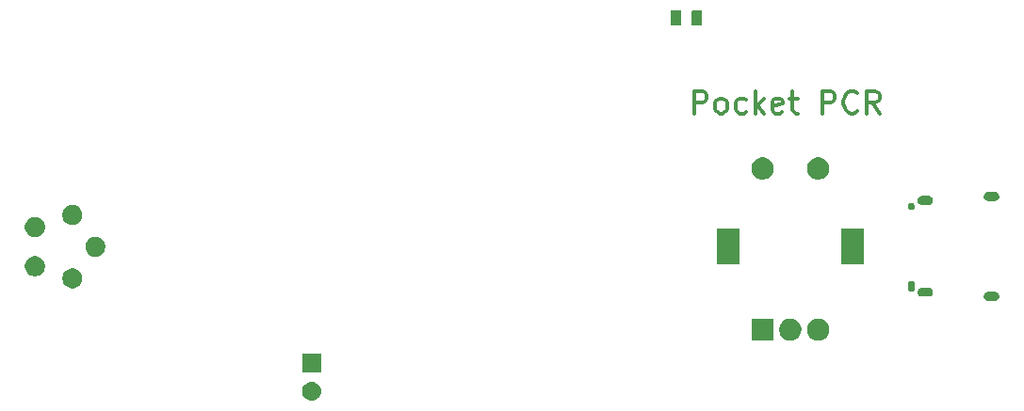
<source format=gbr>
G04 #@! TF.GenerationSoftware,KiCad,Pcbnew,5.0.2-bee76a0~70~ubuntu18.04.1*
G04 #@! TF.CreationDate,2019-06-21T11:09:07+02:00*
G04 #@! TF.ProjectId,RocketPCR,526f636b-6574-4504-9352-2e6b69636164,rev?*
G04 #@! TF.SameCoordinates,Original*
G04 #@! TF.FileFunction,Soldermask,Top*
G04 #@! TF.FilePolarity,Negative*
%FSLAX46Y46*%
G04 Gerber Fmt 4.6, Leading zero omitted, Abs format (unit mm)*
G04 Created by KiCad (PCBNEW 5.0.2-bee76a0~70~ubuntu18.04.1) date Fr 21 Jun 2019 11:09:07 CEST*
%MOMM*%
%LPD*%
G01*
G04 APERTURE LIST*
%ADD10C,0.350000*%
%ADD11C,0.100000*%
G04 APERTURE END LIST*
D10*
X156814285Y-88004761D02*
X156814285Y-86004761D01*
X157576190Y-86004761D01*
X157766666Y-86100000D01*
X157861904Y-86195238D01*
X157957142Y-86385714D01*
X157957142Y-86671428D01*
X157861904Y-86861904D01*
X157766666Y-86957142D01*
X157576190Y-87052380D01*
X156814285Y-87052380D01*
X159100000Y-88004761D02*
X158909523Y-87909523D01*
X158814285Y-87814285D01*
X158719047Y-87623809D01*
X158719047Y-87052380D01*
X158814285Y-86861904D01*
X158909523Y-86766666D01*
X159100000Y-86671428D01*
X159385714Y-86671428D01*
X159576190Y-86766666D01*
X159671428Y-86861904D01*
X159766666Y-87052380D01*
X159766666Y-87623809D01*
X159671428Y-87814285D01*
X159576190Y-87909523D01*
X159385714Y-88004761D01*
X159100000Y-88004761D01*
X161480952Y-87909523D02*
X161290476Y-88004761D01*
X160909523Y-88004761D01*
X160719047Y-87909523D01*
X160623809Y-87814285D01*
X160528571Y-87623809D01*
X160528571Y-87052380D01*
X160623809Y-86861904D01*
X160719047Y-86766666D01*
X160909523Y-86671428D01*
X161290476Y-86671428D01*
X161480952Y-86766666D01*
X162338095Y-88004761D02*
X162338095Y-86004761D01*
X162528571Y-87242857D02*
X163099999Y-88004761D01*
X163099999Y-86671428D02*
X162338095Y-87433333D01*
X164719047Y-87909523D02*
X164528571Y-88004761D01*
X164147619Y-88004761D01*
X163957142Y-87909523D01*
X163861904Y-87719047D01*
X163861904Y-86957142D01*
X163957142Y-86766666D01*
X164147619Y-86671428D01*
X164528571Y-86671428D01*
X164719047Y-86766666D01*
X164814285Y-86957142D01*
X164814285Y-87147619D01*
X163861904Y-87338095D01*
X165385714Y-86671428D02*
X166147619Y-86671428D01*
X165671428Y-86004761D02*
X165671428Y-87719047D01*
X165766666Y-87909523D01*
X165957142Y-88004761D01*
X166147619Y-88004761D01*
X168338095Y-88004761D02*
X168338095Y-86004761D01*
X169100000Y-86004761D01*
X169290476Y-86100000D01*
X169385714Y-86195238D01*
X169480952Y-86385714D01*
X169480952Y-86671428D01*
X169385714Y-86861904D01*
X169290476Y-86957142D01*
X169100000Y-87052380D01*
X168338095Y-87052380D01*
X171480952Y-87814285D02*
X171385714Y-87909523D01*
X171100000Y-88004761D01*
X170909523Y-88004761D01*
X170623809Y-87909523D01*
X170433333Y-87719047D01*
X170338095Y-87528571D01*
X170242857Y-87147619D01*
X170242857Y-86861904D01*
X170338095Y-86480952D01*
X170433333Y-86290476D01*
X170623809Y-86100000D01*
X170909523Y-86004761D01*
X171100000Y-86004761D01*
X171385714Y-86100000D01*
X171480952Y-86195238D01*
X173480952Y-88004761D02*
X172814285Y-87052380D01*
X172338095Y-88004761D02*
X172338095Y-86004761D01*
X173100000Y-86004761D01*
X173290476Y-86100000D01*
X173385714Y-86195238D01*
X173480952Y-86385714D01*
X173480952Y-86671428D01*
X173385714Y-86861904D01*
X173290476Y-86957142D01*
X173100000Y-87052380D01*
X172338095Y-87052380D01*
D11*
G36*
X122601830Y-112172899D02*
X122762055Y-112221503D01*
X122909720Y-112300431D01*
X123039149Y-112406651D01*
X123145369Y-112536080D01*
X123224297Y-112683745D01*
X123272901Y-112843970D01*
X123289312Y-113010600D01*
X123272901Y-113177230D01*
X123224297Y-113337455D01*
X123145369Y-113485120D01*
X123039149Y-113614549D01*
X122909720Y-113720769D01*
X122762055Y-113799697D01*
X122601830Y-113848301D01*
X122476952Y-113860600D01*
X122393448Y-113860600D01*
X122268570Y-113848301D01*
X122108345Y-113799697D01*
X121960680Y-113720769D01*
X121831251Y-113614549D01*
X121725031Y-113485120D01*
X121646103Y-113337455D01*
X121597499Y-113177230D01*
X121581088Y-113010600D01*
X121597499Y-112843970D01*
X121646103Y-112683745D01*
X121725031Y-112536080D01*
X121831251Y-112406651D01*
X121960680Y-112300431D01*
X122108345Y-112221503D01*
X122268570Y-112172899D01*
X122393448Y-112160600D01*
X122476952Y-112160600D01*
X122601830Y-112172899D01*
X122601830Y-112172899D01*
G37*
G36*
X123285200Y-111320600D02*
X121585200Y-111320600D01*
X121585200Y-109620600D01*
X123285200Y-109620600D01*
X123285200Y-111320600D01*
X123285200Y-111320600D01*
G37*
G36*
X163957000Y-108455000D02*
X161957000Y-108455000D01*
X161957000Y-106455000D01*
X163957000Y-106455000D01*
X163957000Y-108455000D01*
X163957000Y-108455000D01*
G37*
G36*
X168132770Y-106470372D02*
X168248689Y-106493429D01*
X168430678Y-106568811D01*
X168594463Y-106678249D01*
X168733751Y-106817537D01*
X168843189Y-106981322D01*
X168918571Y-107163311D01*
X168957000Y-107356509D01*
X168957000Y-107553491D01*
X168918571Y-107746689D01*
X168843189Y-107928678D01*
X168733751Y-108092463D01*
X168594463Y-108231751D01*
X168430678Y-108341189D01*
X168248689Y-108416571D01*
X168132770Y-108439628D01*
X168055493Y-108455000D01*
X167858507Y-108455000D01*
X167781230Y-108439628D01*
X167665311Y-108416571D01*
X167483322Y-108341189D01*
X167319537Y-108231751D01*
X167180249Y-108092463D01*
X167070811Y-107928678D01*
X166995429Y-107746689D01*
X166957000Y-107553491D01*
X166957000Y-107356509D01*
X166995429Y-107163311D01*
X167070811Y-106981322D01*
X167180249Y-106817537D01*
X167319537Y-106678249D01*
X167483322Y-106568811D01*
X167665311Y-106493429D01*
X167781230Y-106470372D01*
X167858507Y-106455000D01*
X168055493Y-106455000D01*
X168132770Y-106470372D01*
X168132770Y-106470372D01*
G37*
G36*
X165632770Y-106470372D02*
X165748689Y-106493429D01*
X165930678Y-106568811D01*
X166094463Y-106678249D01*
X166233751Y-106817537D01*
X166343189Y-106981322D01*
X166418571Y-107163311D01*
X166457000Y-107356509D01*
X166457000Y-107553491D01*
X166418571Y-107746689D01*
X166343189Y-107928678D01*
X166233751Y-108092463D01*
X166094463Y-108231751D01*
X165930678Y-108341189D01*
X165748689Y-108416571D01*
X165632770Y-108439628D01*
X165555493Y-108455000D01*
X165358507Y-108455000D01*
X165281230Y-108439628D01*
X165165311Y-108416571D01*
X164983322Y-108341189D01*
X164819537Y-108231751D01*
X164680249Y-108092463D01*
X164570811Y-107928678D01*
X164495429Y-107746689D01*
X164457000Y-107553491D01*
X164457000Y-107356509D01*
X164495429Y-107163311D01*
X164570811Y-106981322D01*
X164680249Y-106817537D01*
X164819537Y-106678249D01*
X164983322Y-106568811D01*
X165165311Y-106493429D01*
X165281230Y-106470372D01*
X165358507Y-106455000D01*
X165555493Y-106455000D01*
X165632770Y-106470372D01*
X165632770Y-106470372D01*
G37*
G36*
X183915414Y-104060788D02*
X183990814Y-104083660D01*
X184060303Y-104120803D01*
X184121211Y-104170789D01*
X184171197Y-104231697D01*
X184208340Y-104301186D01*
X184231212Y-104376586D01*
X184238935Y-104455000D01*
X184231212Y-104533414D01*
X184208340Y-104608814D01*
X184171197Y-104678303D01*
X184121211Y-104739211D01*
X184060303Y-104789197D01*
X183990814Y-104826340D01*
X183915414Y-104849212D01*
X183856647Y-104855000D01*
X183217353Y-104855000D01*
X183158586Y-104849212D01*
X183083186Y-104826340D01*
X183013697Y-104789197D01*
X182952789Y-104739211D01*
X182902803Y-104678303D01*
X182865660Y-104608814D01*
X182842788Y-104533414D01*
X182835065Y-104455000D01*
X182842788Y-104376586D01*
X182865660Y-104301186D01*
X182902803Y-104231697D01*
X182952789Y-104170789D01*
X183013697Y-104120803D01*
X183083186Y-104083660D01*
X183158586Y-104060788D01*
X183217353Y-104055000D01*
X183856647Y-104055000D01*
X183915414Y-104060788D01*
X183915414Y-104060788D01*
G37*
G36*
X177965414Y-103700788D02*
X178040814Y-103723660D01*
X178110303Y-103760803D01*
X178171211Y-103810789D01*
X178221197Y-103871697D01*
X178258340Y-103941186D01*
X178281212Y-104016586D01*
X178288935Y-104095000D01*
X178281212Y-104173414D01*
X178258340Y-104248814D01*
X178221197Y-104318303D01*
X178171211Y-104379211D01*
X178110303Y-104429197D01*
X178040814Y-104466340D01*
X177965414Y-104489212D01*
X177906647Y-104495000D01*
X177267353Y-104495000D01*
X177208586Y-104489212D01*
X177133186Y-104466340D01*
X177063697Y-104429197D01*
X177002789Y-104379211D01*
X176952803Y-104318303D01*
X176915660Y-104248814D01*
X176892788Y-104173414D01*
X176885065Y-104095000D01*
X176892788Y-104016586D01*
X176915660Y-103941186D01*
X176952803Y-103871697D01*
X177002789Y-103810789D01*
X177063697Y-103760803D01*
X177133186Y-103723660D01*
X177208586Y-103700788D01*
X177267353Y-103695000D01*
X177906647Y-103695000D01*
X177965414Y-103700788D01*
X177965414Y-103700788D01*
G37*
G36*
X176400712Y-103094702D02*
X176461972Y-103113285D01*
X176499614Y-103133406D01*
X176518434Y-103143465D01*
X176567921Y-103184079D01*
X176608535Y-103233566D01*
X176618594Y-103252386D01*
X176638715Y-103290028D01*
X176657298Y-103351288D01*
X176662000Y-103399035D01*
X176662000Y-103730965D01*
X176657298Y-103778712D01*
X176638715Y-103839972D01*
X176621758Y-103871695D01*
X176608536Y-103896433D01*
X176608534Y-103896435D01*
X176567924Y-103945918D01*
X176567922Y-103945919D01*
X176567921Y-103945921D01*
X176518433Y-103986535D01*
X176488253Y-104002666D01*
X176461971Y-104016715D01*
X176400711Y-104035298D01*
X176337000Y-104041572D01*
X176273288Y-104035298D01*
X176212028Y-104016715D01*
X176174386Y-103996594D01*
X176155566Y-103986535D01*
X176143194Y-103976382D01*
X176106082Y-103945924D01*
X176106081Y-103945922D01*
X176106079Y-103945921D01*
X176065465Y-103896433D01*
X176049334Y-103866253D01*
X176035285Y-103839971D01*
X176016702Y-103778711D01*
X176012000Y-103730964D01*
X176012000Y-103399035D01*
X176016702Y-103351288D01*
X176035286Y-103290027D01*
X176049334Y-103263746D01*
X176065466Y-103233566D01*
X176106080Y-103184079D01*
X176155567Y-103143465D01*
X176174387Y-103133406D01*
X176212029Y-103113285D01*
X176273289Y-103094702D01*
X176337000Y-103088428D01*
X176400712Y-103094702D01*
X176400712Y-103094702D01*
G37*
G36*
X101189572Y-101987756D02*
X101353360Y-102055599D01*
X101500771Y-102154096D01*
X101626125Y-102279450D01*
X101724622Y-102426861D01*
X101792465Y-102590649D01*
X101827051Y-102764526D01*
X101827051Y-102941814D01*
X101792465Y-103115691D01*
X101724622Y-103279479D01*
X101626125Y-103426890D01*
X101500771Y-103552244D01*
X101353360Y-103650741D01*
X101189572Y-103718584D01*
X101015695Y-103753170D01*
X100838407Y-103753170D01*
X100664530Y-103718584D01*
X100500742Y-103650741D01*
X100353331Y-103552244D01*
X100227977Y-103426890D01*
X100129480Y-103279479D01*
X100061637Y-103115691D01*
X100027051Y-102941814D01*
X100027051Y-102764526D01*
X100061637Y-102590649D01*
X100129480Y-102426861D01*
X100227977Y-102279450D01*
X100353331Y-102154096D01*
X100500742Y-102055599D01*
X100664530Y-101987756D01*
X100838407Y-101953170D01*
X101015695Y-101953170D01*
X101189572Y-101987756D01*
X101189572Y-101987756D01*
G37*
G36*
X97835470Y-100897942D02*
X97999258Y-100965785D01*
X98146669Y-101064282D01*
X98272023Y-101189636D01*
X98370520Y-101337047D01*
X98438363Y-101500835D01*
X98472949Y-101674712D01*
X98472949Y-101852000D01*
X98438363Y-102025877D01*
X98370520Y-102189665D01*
X98272023Y-102337076D01*
X98146669Y-102462430D01*
X97999258Y-102560927D01*
X97835470Y-102628770D01*
X97661593Y-102663356D01*
X97484305Y-102663356D01*
X97310428Y-102628770D01*
X97146640Y-102560927D01*
X96999229Y-102462430D01*
X96873875Y-102337076D01*
X96775378Y-102189665D01*
X96707535Y-102025877D01*
X96672949Y-101852000D01*
X96672949Y-101674712D01*
X96707535Y-101500835D01*
X96775378Y-101337047D01*
X96873875Y-101189636D01*
X96999229Y-101064282D01*
X97146640Y-100965785D01*
X97310428Y-100897942D01*
X97484305Y-100863356D01*
X97661593Y-100863356D01*
X97835470Y-100897942D01*
X97835470Y-100897942D01*
G37*
G36*
X172057000Y-101555000D02*
X170057000Y-101555000D01*
X170057000Y-98355000D01*
X172057000Y-98355000D01*
X172057000Y-101555000D01*
X172057000Y-101555000D01*
G37*
G36*
X160857000Y-101555000D02*
X158857000Y-101555000D01*
X158857000Y-98355000D01*
X160857000Y-98355000D01*
X160857000Y-101555000D01*
X160857000Y-101555000D01*
G37*
G36*
X103262521Y-99134586D02*
X103426309Y-99202429D01*
X103573720Y-99300926D01*
X103699074Y-99426280D01*
X103797571Y-99573691D01*
X103865414Y-99737479D01*
X103900000Y-99911356D01*
X103900000Y-100088644D01*
X103865414Y-100262521D01*
X103797571Y-100426309D01*
X103699074Y-100573720D01*
X103573720Y-100699074D01*
X103426309Y-100797571D01*
X103262521Y-100865414D01*
X103088644Y-100900000D01*
X102911356Y-100900000D01*
X102737479Y-100865414D01*
X102573691Y-100797571D01*
X102426280Y-100699074D01*
X102300926Y-100573720D01*
X102202429Y-100426309D01*
X102134586Y-100262521D01*
X102100000Y-100088644D01*
X102100000Y-99911356D01*
X102134586Y-99737479D01*
X102202429Y-99573691D01*
X102300926Y-99426280D01*
X102426280Y-99300926D01*
X102573691Y-99202429D01*
X102737479Y-99134586D01*
X102911356Y-99100000D01*
X103088644Y-99100000D01*
X103262521Y-99134586D01*
X103262521Y-99134586D01*
G37*
G36*
X97835470Y-97371230D02*
X97999258Y-97439073D01*
X98146669Y-97537570D01*
X98272023Y-97662924D01*
X98370520Y-97810335D01*
X98438363Y-97974123D01*
X98472949Y-98148000D01*
X98472949Y-98325288D01*
X98438363Y-98499165D01*
X98370520Y-98662953D01*
X98272023Y-98810364D01*
X98146669Y-98935718D01*
X97999258Y-99034215D01*
X97835470Y-99102058D01*
X97661593Y-99136644D01*
X97484305Y-99136644D01*
X97310428Y-99102058D01*
X97146640Y-99034215D01*
X96999229Y-98935718D01*
X96873875Y-98810364D01*
X96775378Y-98662953D01*
X96707535Y-98499165D01*
X96672949Y-98325288D01*
X96672949Y-98148000D01*
X96707535Y-97974123D01*
X96775378Y-97810335D01*
X96873875Y-97662924D01*
X96999229Y-97537570D01*
X97146640Y-97439073D01*
X97310428Y-97371230D01*
X97484305Y-97336644D01*
X97661593Y-97336644D01*
X97835470Y-97371230D01*
X97835470Y-97371230D01*
G37*
G36*
X101189572Y-96281416D02*
X101353360Y-96349259D01*
X101500771Y-96447756D01*
X101626125Y-96573110D01*
X101724622Y-96720521D01*
X101792465Y-96884309D01*
X101827051Y-97058186D01*
X101827051Y-97235474D01*
X101792465Y-97409351D01*
X101724622Y-97573139D01*
X101626125Y-97720550D01*
X101500771Y-97845904D01*
X101353360Y-97944401D01*
X101189572Y-98012244D01*
X101015695Y-98046830D01*
X100838407Y-98046830D01*
X100664530Y-98012244D01*
X100500742Y-97944401D01*
X100353331Y-97845904D01*
X100227977Y-97720550D01*
X100129480Y-97573139D01*
X100061637Y-97409351D01*
X100027051Y-97235474D01*
X100027051Y-97058186D01*
X100061637Y-96884309D01*
X100129480Y-96720521D01*
X100227977Y-96573110D01*
X100353331Y-96447756D01*
X100500742Y-96349259D01*
X100664530Y-96281416D01*
X100838407Y-96246830D01*
X101015695Y-96246830D01*
X101189572Y-96281416D01*
X101189572Y-96281416D01*
G37*
G36*
X176431799Y-96052489D02*
X176477543Y-96071437D01*
X176490941Y-96076986D01*
X176490942Y-96076987D01*
X176490945Y-96076988D01*
X176544176Y-96112556D01*
X176589444Y-96157824D01*
X176625012Y-96211055D01*
X176649511Y-96270201D01*
X176662000Y-96332990D01*
X176662000Y-96397010D01*
X176649511Y-96459799D01*
X176625012Y-96518945D01*
X176589444Y-96572176D01*
X176544176Y-96617444D01*
X176490945Y-96653012D01*
X176490942Y-96653013D01*
X176490941Y-96653014D01*
X176477543Y-96658563D01*
X176431799Y-96677511D01*
X176369010Y-96690000D01*
X176304990Y-96690000D01*
X176242201Y-96677511D01*
X176196457Y-96658563D01*
X176183059Y-96653014D01*
X176183058Y-96653013D01*
X176183055Y-96653012D01*
X176129824Y-96617444D01*
X176084556Y-96572176D01*
X176048988Y-96518945D01*
X176024489Y-96459799D01*
X176012000Y-96397010D01*
X176012000Y-96332990D01*
X176024489Y-96270201D01*
X176048988Y-96211055D01*
X176084556Y-96157824D01*
X176129824Y-96112556D01*
X176183055Y-96076988D01*
X176183058Y-96076987D01*
X176183059Y-96076986D01*
X176196457Y-96071437D01*
X176242201Y-96052489D01*
X176304990Y-96040000D01*
X176369010Y-96040000D01*
X176431799Y-96052489D01*
X176431799Y-96052489D01*
G37*
G36*
X177965414Y-95440788D02*
X178040814Y-95463660D01*
X178110303Y-95500803D01*
X178171211Y-95550789D01*
X178221197Y-95611697D01*
X178258340Y-95681186D01*
X178281212Y-95756586D01*
X178288935Y-95835000D01*
X178281212Y-95913414D01*
X178258340Y-95988814D01*
X178221197Y-96058303D01*
X178171211Y-96119211D01*
X178110303Y-96169197D01*
X178040814Y-96206340D01*
X177965414Y-96229212D01*
X177906647Y-96235000D01*
X177267353Y-96235000D01*
X177208586Y-96229212D01*
X177133186Y-96206340D01*
X177063697Y-96169197D01*
X177002789Y-96119211D01*
X176952803Y-96058303D01*
X176915660Y-95988814D01*
X176892788Y-95913414D01*
X176885065Y-95835000D01*
X176892788Y-95756586D01*
X176915660Y-95681186D01*
X176952803Y-95611697D01*
X177002789Y-95550789D01*
X177063697Y-95500803D01*
X177133186Y-95463660D01*
X177208586Y-95440788D01*
X177267353Y-95435000D01*
X177906647Y-95435000D01*
X177965414Y-95440788D01*
X177965414Y-95440788D01*
G37*
G36*
X183915414Y-95080788D02*
X183990814Y-95103660D01*
X184060303Y-95140803D01*
X184121211Y-95190789D01*
X184171197Y-95251697D01*
X184208340Y-95321186D01*
X184231212Y-95396586D01*
X184238935Y-95475000D01*
X184231212Y-95553414D01*
X184208340Y-95628814D01*
X184171197Y-95698303D01*
X184121211Y-95759211D01*
X184060303Y-95809197D01*
X183990814Y-95846340D01*
X183915414Y-95869212D01*
X183856647Y-95875000D01*
X183217353Y-95875000D01*
X183158586Y-95869212D01*
X183083186Y-95846340D01*
X183013697Y-95809197D01*
X182952789Y-95759211D01*
X182902803Y-95698303D01*
X182865660Y-95628814D01*
X182842788Y-95553414D01*
X182835065Y-95475000D01*
X182842788Y-95396586D01*
X182865660Y-95321186D01*
X182902803Y-95251697D01*
X182952789Y-95190789D01*
X183013697Y-95140803D01*
X183083186Y-95103660D01*
X183158586Y-95080788D01*
X183217353Y-95075000D01*
X183856647Y-95075000D01*
X183915414Y-95080788D01*
X183915414Y-95080788D01*
G37*
G36*
X168132770Y-91970372D02*
X168248689Y-91993429D01*
X168430678Y-92068811D01*
X168594463Y-92178249D01*
X168733751Y-92317537D01*
X168843189Y-92481322D01*
X168918571Y-92663311D01*
X168957000Y-92856509D01*
X168957000Y-93053491D01*
X168918571Y-93246689D01*
X168843189Y-93428678D01*
X168733751Y-93592463D01*
X168594463Y-93731751D01*
X168430678Y-93841189D01*
X168248689Y-93916571D01*
X168132770Y-93939628D01*
X168055493Y-93955000D01*
X167858507Y-93955000D01*
X167781230Y-93939628D01*
X167665311Y-93916571D01*
X167483322Y-93841189D01*
X167319537Y-93731751D01*
X167180249Y-93592463D01*
X167070811Y-93428678D01*
X166995429Y-93246689D01*
X166957000Y-93053491D01*
X166957000Y-92856509D01*
X166995429Y-92663311D01*
X167070811Y-92481322D01*
X167180249Y-92317537D01*
X167319537Y-92178249D01*
X167483322Y-92068811D01*
X167665311Y-91993429D01*
X167781230Y-91970372D01*
X167858507Y-91955000D01*
X168055493Y-91955000D01*
X168132770Y-91970372D01*
X168132770Y-91970372D01*
G37*
G36*
X163132770Y-91970372D02*
X163248689Y-91993429D01*
X163430678Y-92068811D01*
X163594463Y-92178249D01*
X163733751Y-92317537D01*
X163843189Y-92481322D01*
X163918571Y-92663311D01*
X163957000Y-92856509D01*
X163957000Y-93053491D01*
X163918571Y-93246689D01*
X163843189Y-93428678D01*
X163733751Y-93592463D01*
X163594463Y-93731751D01*
X163430678Y-93841189D01*
X163248689Y-93916571D01*
X163132770Y-93939628D01*
X163055493Y-93955000D01*
X162858507Y-93955000D01*
X162781230Y-93939628D01*
X162665311Y-93916571D01*
X162483322Y-93841189D01*
X162319537Y-93731751D01*
X162180249Y-93592463D01*
X162070811Y-93428678D01*
X161995429Y-93246689D01*
X161957000Y-93053491D01*
X161957000Y-92856509D01*
X161995429Y-92663311D01*
X162070811Y-92481322D01*
X162180249Y-92317537D01*
X162319537Y-92178249D01*
X162483322Y-92068811D01*
X162665311Y-91993429D01*
X162781230Y-91970372D01*
X162858507Y-91955000D01*
X163055493Y-91955000D01*
X163132770Y-91970372D01*
X163132770Y-91970372D01*
G37*
G36*
X157394592Y-78710476D02*
X157428483Y-78720757D01*
X157459711Y-78737448D01*
X157487085Y-78759915D01*
X157509552Y-78787289D01*
X157526243Y-78818517D01*
X157536524Y-78852408D01*
X157540600Y-78893791D01*
X157540600Y-79919009D01*
X157536524Y-79960392D01*
X157526243Y-79994283D01*
X157509552Y-80025511D01*
X157487085Y-80052885D01*
X157459711Y-80075352D01*
X157428483Y-80092043D01*
X157394592Y-80102324D01*
X157353209Y-80106400D01*
X156752991Y-80106400D01*
X156711608Y-80102324D01*
X156677717Y-80092043D01*
X156646489Y-80075352D01*
X156619115Y-80052885D01*
X156596648Y-80025511D01*
X156579957Y-79994283D01*
X156569676Y-79960392D01*
X156565600Y-79919009D01*
X156565600Y-78893791D01*
X156569676Y-78852408D01*
X156579957Y-78818517D01*
X156596648Y-78787289D01*
X156619115Y-78759915D01*
X156646489Y-78737448D01*
X156677717Y-78720757D01*
X156711608Y-78710476D01*
X156752991Y-78706400D01*
X157353209Y-78706400D01*
X157394592Y-78710476D01*
X157394592Y-78710476D01*
G37*
G36*
X155519592Y-78710476D02*
X155553483Y-78720757D01*
X155584711Y-78737448D01*
X155612085Y-78759915D01*
X155634552Y-78787289D01*
X155651243Y-78818517D01*
X155661524Y-78852408D01*
X155665600Y-78893791D01*
X155665600Y-79919009D01*
X155661524Y-79960392D01*
X155651243Y-79994283D01*
X155634552Y-80025511D01*
X155612085Y-80052885D01*
X155584711Y-80075352D01*
X155553483Y-80092043D01*
X155519592Y-80102324D01*
X155478209Y-80106400D01*
X154877991Y-80106400D01*
X154836608Y-80102324D01*
X154802717Y-80092043D01*
X154771489Y-80075352D01*
X154744115Y-80052885D01*
X154721648Y-80025511D01*
X154704957Y-79994283D01*
X154694676Y-79960392D01*
X154690600Y-79919009D01*
X154690600Y-78893791D01*
X154694676Y-78852408D01*
X154704957Y-78818517D01*
X154721648Y-78787289D01*
X154744115Y-78759915D01*
X154771489Y-78737448D01*
X154802717Y-78720757D01*
X154836608Y-78710476D01*
X154877991Y-78706400D01*
X155478209Y-78706400D01*
X155519592Y-78710476D01*
X155519592Y-78710476D01*
G37*
M02*

</source>
